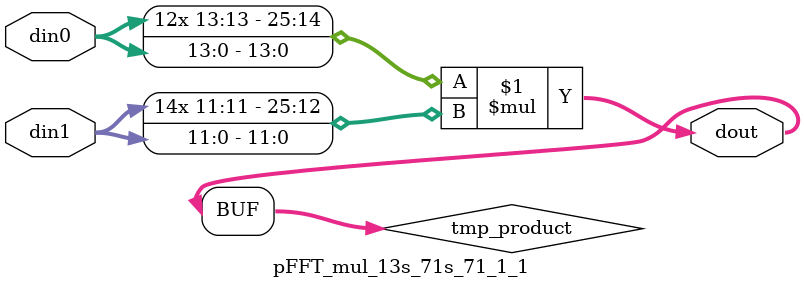
<source format=v>

`timescale 1 ns / 1 ps

 module pFFT_mul_13s_71s_71_1_1(din0, din1, dout);
parameter ID = 1;
parameter NUM_STAGE = 0;
parameter din0_WIDTH = 14;
parameter din1_WIDTH = 12;
parameter dout_WIDTH = 26;

input [din0_WIDTH - 1 : 0] din0; 
input [din1_WIDTH - 1 : 0] din1; 
output [dout_WIDTH - 1 : 0] dout;

wire signed [dout_WIDTH - 1 : 0] tmp_product;



























assign tmp_product = $signed(din0) * $signed(din1);








assign dout = tmp_product;





















endmodule

</source>
